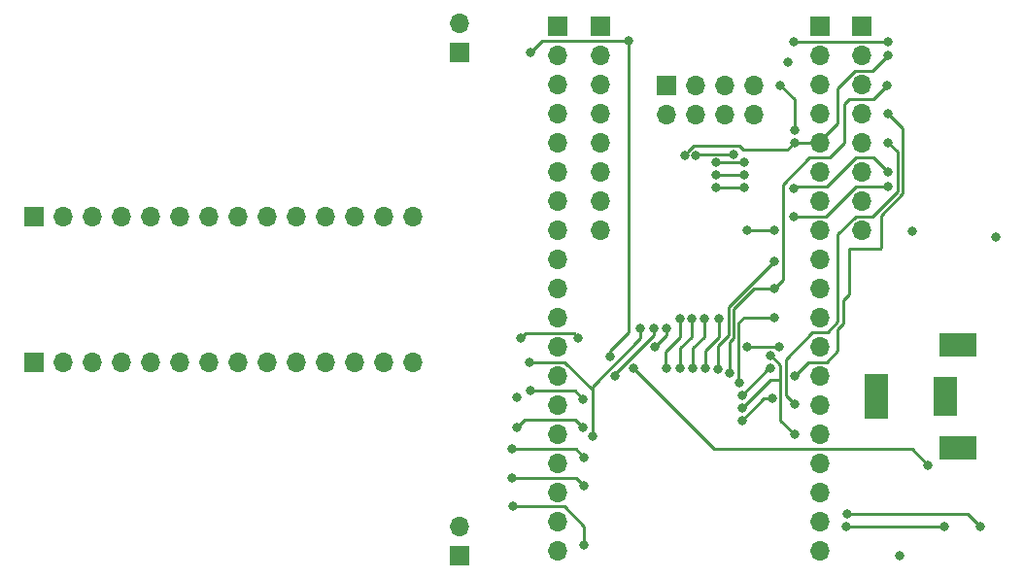
<source format=gbr>
%TF.GenerationSoftware,KiCad,Pcbnew,7.0.9-7.0.9~ubuntu22.04.1*%
%TF.CreationDate,2024-01-04T20:48:59-06:00*%
%TF.ProjectId,ESP Breadboard Expander,45535020-4272-4656-9164-626f61726420,v2.0*%
%TF.SameCoordinates,Original*%
%TF.FileFunction,Copper,L4,Bot*%
%TF.FilePolarity,Positive*%
%FSLAX46Y46*%
G04 Gerber Fmt 4.6, Leading zero omitted, Abs format (unit mm)*
G04 Created by KiCad (PCBNEW 7.0.9-7.0.9~ubuntu22.04.1) date 2024-01-04 20:48:59*
%MOMM*%
%LPD*%
G01*
G04 APERTURE LIST*
%TA.AperFunction,ComponentPad*%
%ADD10R,1.700000X1.700000*%
%TD*%
%TA.AperFunction,ComponentPad*%
%ADD11O,1.700000X1.700000*%
%TD*%
%TA.AperFunction,ComponentPad*%
%ADD12R,3.300000X2.000000*%
%TD*%
%TA.AperFunction,ComponentPad*%
%ADD13R,2.000000X4.000000*%
%TD*%
%TA.AperFunction,ComponentPad*%
%ADD14R,2.000000X3.400000*%
%TD*%
%TA.AperFunction,ViaPad*%
%ADD15C,0.800000*%
%TD*%
%TA.AperFunction,Conductor*%
%ADD16C,0.250000*%
%TD*%
G04 APERTURE END LIST*
D10*
%TO.P,J7,1,Pin_1*%
%TO.N,/IO14*%
X42310000Y-62220000D03*
D11*
%TO.P,J7,2,Pin_2*%
%TO.N,/IO27*%
X44850000Y-62220000D03*
%TO.P,J7,3,Pin_3*%
%TO.N,/IO26*%
X47390000Y-62220000D03*
%TO.P,J7,4,Pin_4*%
%TO.N,/IO25*%
X49930000Y-62220000D03*
%TO.P,J7,5,Pin_5*%
%TO.N,/IO33*%
X52470000Y-62220000D03*
%TO.P,J7,6,Pin_6*%
%TO.N,/IO32*%
X55010000Y-62220000D03*
%TO.P,J7,7,Pin_7*%
%TO.N,/IO35*%
X57550000Y-62220000D03*
%TO.P,J7,8,Pin_8*%
%TO.N,/IO34*%
X60090000Y-62220000D03*
%TO.P,J7,9,Pin_9*%
%TO.N,/IO39*%
X62630000Y-62220000D03*
%TO.P,J7,10,Pin_10*%
%TO.N,/IO36*%
X65170000Y-62220000D03*
%TO.P,J7,11,Pin_11*%
%TO.N,/ADC0*%
X67710000Y-62220000D03*
%TO.P,J7,12,Pin_12*%
%TO.N,unconnected-(J7-Pin_12-Pad12)*%
X70250000Y-62220000D03*
%TO.P,J7,13,Pin_13*%
%TO.N,unconnected-(J7-Pin_13-Pad13)*%
X72790000Y-62220000D03*
%TO.P,J7,14,Pin_14*%
%TO.N,unconnected-(J7-Pin_14-Pad14)*%
X75330000Y-62220000D03*
%TD*%
D12*
%TO.P,J10,*%
%TO.N,*%
X122772500Y-82400000D03*
X122772500Y-73400000D03*
D13*
%TO.P,J10,1,1*%
%TO.N,Net-(F1-Pad1)*%
X115722500Y-77900000D03*
D14*
%TO.P,J10,2,2*%
%TO.N,GND*%
X121722500Y-77900000D03*
%TD*%
D10*
%TO.P,J3,1,Pin_1*%
%TO.N,/TX*%
X114475000Y-45650000D03*
D11*
%TO.P,J3,2,Pin_2*%
%TO.N,/RX*%
X114475000Y-48190000D03*
%TO.P,J3,3,Pin_3*%
%TO.N,/IO5*%
X114475000Y-50730000D03*
%TO.P,J3,4,Pin_4*%
%TO.N,/IO4*%
X114475000Y-53270000D03*
%TO.P,J3,5,Pin_5*%
%TO.N,/IO0*%
X114475000Y-55810000D03*
%TO.P,J3,6,Pin_6*%
%TO.N,/IO2*%
X114475000Y-58350000D03*
%TO.P,J3,7,Pin_7*%
%TO.N,GND*%
X114475000Y-60890000D03*
%TO.P,J3,8,Pin_8*%
%TO.N,+5V*%
X114475000Y-63430000D03*
%TD*%
D10*
%TO.P,J8,1,Pin_1*%
%TO.N,+5V*%
X79370000Y-91760000D03*
D11*
%TO.P,J8,2,Pin_2*%
%TO.N,GND*%
X79370000Y-89220000D03*
%TD*%
D10*
%TO.P,J1,1,Pin_1*%
%TO.N,+3.3V*%
X97425000Y-50770000D03*
D11*
%TO.P,J1,2,Pin_2*%
%TO.N,/RX*%
X97425000Y-53310000D03*
%TO.P,J1,3,Pin_3*%
%TO.N,unconnected-(J1-Pin_3-Pad3)*%
X99965000Y-50770000D03*
%TO.P,J1,4,Pin_4*%
%TO.N,/IO0*%
X99965000Y-53310000D03*
%TO.P,J1,5,Pin_5*%
%TO.N,unconnected-(J1-Pin_5-Pad5)*%
X102505000Y-50770000D03*
%TO.P,J1,6,Pin_6*%
%TO.N,/IO2*%
X102505000Y-53310000D03*
%TO.P,J1,7,Pin_7*%
%TO.N,/TX*%
X105045000Y-50770000D03*
%TO.P,J1,8,Pin_8*%
%TO.N,GND*%
X105045000Y-53310000D03*
%TD*%
D10*
%TO.P,J4,1,Pin_1*%
%TO.N,unconnected-(J4-Pin_1-Pad1)*%
X87935000Y-45650000D03*
D11*
%TO.P,J4,2,Pin_2*%
%TO.N,unconnected-(J4-Pin_2-Pad2)*%
X87935000Y-48190000D03*
%TO.P,J4,3,Pin_3*%
%TO.N,/IO36*%
X87935000Y-50730000D03*
%TO.P,J4,4,Pin_4*%
%TO.N,/IO39*%
X87935000Y-53270000D03*
%TO.P,J4,5,Pin_5*%
%TO.N,/IO34*%
X87935000Y-55810000D03*
%TO.P,J4,6,Pin_6*%
%TO.N,/IO35*%
X87935000Y-58350000D03*
%TO.P,J4,7,Pin_7*%
%TO.N,/IO32*%
X87935000Y-60890000D03*
%TO.P,J4,8,Pin_8*%
%TO.N,/IO33*%
X87935000Y-63430000D03*
%TO.P,J4,9,Pin_9*%
%TO.N,/IO25*%
X87935000Y-65970000D03*
%TO.P,J4,10,Pin_10*%
%TO.N,/IO26*%
X87935000Y-68510000D03*
%TO.P,J4,11,Pin_11*%
%TO.N,/IO27*%
X87935000Y-71050000D03*
%TO.P,J4,12,Pin_12*%
%TO.N,/IO14*%
X87935000Y-73590000D03*
%TO.P,J4,13,Pin_13*%
%TO.N,/IO12*%
X87935000Y-76130000D03*
%TO.P,J4,14,Pin_14*%
%TO.N,GND*%
X87935000Y-78670000D03*
%TO.P,J4,15,Pin_15*%
%TO.N,/IO13*%
X87935000Y-81210000D03*
%TO.P,J4,16,Pin_16*%
%TO.N,unconnected-(J4-Pin_16-Pad16)*%
X87935000Y-83750000D03*
%TO.P,J4,17,Pin_17*%
%TO.N,unconnected-(J4-Pin_17-Pad17)*%
X87935000Y-86290000D03*
%TO.P,J4,18,Pin_18*%
%TO.N,unconnected-(J4-Pin_18-Pad18)*%
X87935000Y-88830000D03*
%TO.P,J4,19,Pin_19*%
%TO.N,+5V*%
X87935000Y-91370000D03*
%TD*%
D10*
%TO.P,J5,1,Pin_1*%
%TO.N,GND*%
X110775000Y-45650000D03*
D11*
%TO.P,J5,2,Pin_2*%
%TO.N,/IO23*%
X110775000Y-48190000D03*
%TO.P,J5,3,Pin_3*%
%TO.N,/IO22*%
X110775000Y-50730000D03*
%TO.P,J5,4,Pin_4*%
%TO.N,/TX*%
X110775000Y-53270000D03*
%TO.P,J5,5,Pin_5*%
%TO.N,/RX*%
X110775000Y-55810000D03*
%TO.P,J5,6,Pin_6*%
%TO.N,/IO21*%
X110775000Y-58350000D03*
%TO.P,J5,7,Pin_7*%
%TO.N,GND*%
X110775000Y-60890000D03*
%TO.P,J5,8,Pin_8*%
%TO.N,/IO19*%
X110775000Y-63430000D03*
%TO.P,J5,9,Pin_9*%
%TO.N,/IO18*%
X110775000Y-65970000D03*
%TO.P,J5,10,Pin_10*%
%TO.N,/IO5*%
X110775000Y-68510000D03*
%TO.P,J5,11,Pin_11*%
%TO.N,/IO17*%
X110775000Y-71050000D03*
%TO.P,J5,12,Pin_12*%
%TO.N,/IO16*%
X110775000Y-73590000D03*
%TO.P,J5,13,Pin_13*%
%TO.N,/IO4*%
X110775000Y-76130000D03*
%TO.P,J5,14,Pin_14*%
%TO.N,/IO0*%
X110775000Y-78670000D03*
%TO.P,J5,15,Pin_15*%
%TO.N,/IO2*%
X110775000Y-81210000D03*
%TO.P,J5,16,Pin_16*%
%TO.N,/IO15*%
X110775000Y-83750000D03*
%TO.P,J5,17,Pin_17*%
%TO.N,unconnected-(J5-Pin_17-Pad17)*%
X110775000Y-86290000D03*
%TO.P,J5,18,Pin_18*%
%TO.N,unconnected-(J5-Pin_18-Pad18)*%
X110775000Y-88830000D03*
%TO.P,J5,19,Pin_19*%
%TO.N,unconnected-(J5-Pin_19-Pad19)*%
X110775000Y-91370000D03*
%TD*%
D10*
%TO.P,J2,1,Pin_1*%
%TO.N,unconnected-(J2-Pin_1-Pad1)*%
X91635000Y-45650000D03*
D11*
%TO.P,J2,2,Pin_2*%
%TO.N,/ADC0*%
X91635000Y-48190000D03*
%TO.P,J2,3,Pin_3*%
%TO.N,/IO16*%
X91635000Y-50730000D03*
%TO.P,J2,4,Pin_4*%
%TO.N,/IO14*%
X91635000Y-53270000D03*
%TO.P,J2,5,Pin_5*%
%TO.N,/IO12*%
X91635000Y-55810000D03*
%TO.P,J2,6,Pin_6*%
%TO.N,/IO13*%
X91635000Y-58350000D03*
%TO.P,J2,7,Pin_7*%
%TO.N,/IO15*%
X91635000Y-60890000D03*
%TO.P,J2,8,Pin_8*%
%TO.N,unconnected-(J2-Pin_8-Pad8)*%
X91635000Y-63430000D03*
%TD*%
D10*
%TO.P,J6,1,Pin_1*%
%TO.N,/IO12*%
X42310000Y-74900000D03*
D11*
%TO.P,J6,2,Pin_2*%
%TO.N,/IO13*%
X44850000Y-74900000D03*
%TO.P,J6,3,Pin_3*%
%TO.N,/IO16*%
X47390000Y-74900000D03*
%TO.P,J6,4,Pin_4*%
%TO.N,/IO15*%
X49930000Y-74900000D03*
%TO.P,J6,5,Pin_5*%
%TO.N,/IO23*%
X52470000Y-74900000D03*
%TO.P,J6,6,Pin_6*%
%TO.N,/IO22*%
X55010000Y-74900000D03*
%TO.P,J6,7,Pin_7*%
%TO.N,/IO21*%
X57550000Y-74900000D03*
%TO.P,J6,8,Pin_8*%
%TO.N,/IO19*%
X60090000Y-74900000D03*
%TO.P,J6,9,Pin_9*%
%TO.N,/IO18*%
X62630000Y-74900000D03*
%TO.P,J6,10,Pin_10*%
%TO.N,/IO5*%
X65170000Y-74900000D03*
%TO.P,J6,11,Pin_11*%
%TO.N,/IO17*%
X67710000Y-74900000D03*
%TO.P,J6,12,Pin_12*%
%TO.N,/IO4*%
X70250000Y-74900000D03*
%TO.P,J6,13,Pin_13*%
%TO.N,/IO2*%
X72790000Y-74900000D03*
%TO.P,J6,14,Pin_14*%
%TO.N,/IO0*%
X75330000Y-74900000D03*
%TD*%
D10*
%TO.P,J9,1,Pin_1*%
%TO.N,+3.3V*%
X79370000Y-47900000D03*
D11*
%TO.P,J9,2,Pin_2*%
%TO.N,GND*%
X79370000Y-45360000D03*
%TD*%
D15*
%TO.N,GND*%
X108000000Y-48800000D03*
X108500000Y-62200000D03*
X126100000Y-64000000D03*
X116700000Y-59600000D03*
X84350000Y-77970000D03*
X117700000Y-91800000D03*
X118800000Y-63500000D03*
%TO.N,+3.3V*%
X94512299Y-75412299D03*
X85600000Y-47900000D03*
X94100000Y-46900000D03*
X116700000Y-47000000D03*
X120200000Y-83900000D03*
X92500000Y-74400000D03*
X108500000Y-47000000D03*
%TO.N,/TX*%
X107300000Y-50770000D03*
X124800000Y-89200000D03*
X108550000Y-54700000D03*
X113124500Y-88100000D03*
%TO.N,/RX*%
X98987796Y-56900000D03*
X116700000Y-48200000D03*
X113100000Y-89200000D03*
X121600000Y-89200000D03*
X108550000Y-55800000D03*
%TO.N,/IO0*%
X99987299Y-56900000D03*
X90200000Y-90824500D03*
X108550000Y-78600000D03*
X104000000Y-80000000D03*
X83999647Y-87450353D03*
X116750000Y-55800000D03*
X103229000Y-56800000D03*
X106625500Y-78100000D03*
%TO.N,/IO2*%
X108537299Y-59737299D03*
X104000000Y-78900000D03*
X106498280Y-74324500D03*
X116700000Y-58375353D03*
X108550000Y-81200000D03*
%TO.N,/IO16*%
X89750000Y-72800000D03*
X107199503Y-73589503D03*
X84725500Y-72798695D03*
X104475500Y-73600000D03*
%TO.N,/IO14*%
X97400000Y-72000000D03*
X96400000Y-73590000D03*
%TO.N,/IO12*%
X92912299Y-76112299D03*
X96300000Y-72000000D03*
%TO.N,/IO13*%
X95150000Y-72000000D03*
X85450000Y-74900000D03*
X90976289Y-81349500D03*
%TO.N,/IO5*%
X102912701Y-75887299D03*
X106824500Y-68500000D03*
X116650000Y-50800000D03*
%TO.N,/IO4*%
X116750000Y-53300000D03*
X104000000Y-77800000D03*
X108550000Y-76100000D03*
X106450938Y-75476339D03*
%TO.N,/IO23*%
X98574952Y-71125048D03*
X97400000Y-75455305D03*
X101700000Y-57524500D03*
X104200000Y-57500000D03*
X90150000Y-78124500D03*
X85550000Y-77400000D03*
%TO.N,/IO22*%
X99600000Y-71100000D03*
X98600000Y-75455305D03*
X104200000Y-58600000D03*
X101700000Y-58600000D03*
%TO.N,/IO21*%
X99700000Y-75455305D03*
X100700000Y-71100000D03*
X84350000Y-80600000D03*
X90150000Y-80624500D03*
X104200000Y-59700000D03*
X101700000Y-59700000D03*
%TO.N,/IO19*%
X100800000Y-75455305D03*
X104475500Y-63400000D03*
X102000000Y-71100000D03*
X106824500Y-63400000D03*
%TO.N,/IO18*%
X106824500Y-66100000D03*
X83971558Y-82478442D03*
X101900000Y-75500000D03*
X90200000Y-83224500D03*
%TO.N,/IO17*%
X83950000Y-85000000D03*
X106824500Y-71050000D03*
X103762701Y-76737299D03*
X90200000Y-85724500D03*
%TD*%
D16*
%TO.N,GND*%
X116700000Y-59600000D02*
X113900000Y-59600000D01*
X111300000Y-62200000D02*
X108500000Y-62200000D01*
X113900000Y-59600000D02*
X111300000Y-62200000D01*
%TO.N,+3.3V*%
X92500000Y-74400000D02*
X92500000Y-73900000D01*
X92500000Y-73900000D02*
X94100000Y-72300000D01*
X94100000Y-46900000D02*
X86600000Y-46900000D01*
X94100000Y-46900000D02*
X94100000Y-72300000D01*
X116700000Y-47000000D02*
X108500000Y-47000000D01*
X94512299Y-75412299D02*
X101600000Y-82500000D01*
X86600000Y-46900000D02*
X85600000Y-47900000D01*
X101600000Y-82500000D02*
X118800000Y-82500000D01*
X118800000Y-82500000D02*
X120200000Y-83900000D01*
%TO.N,/TX*%
X108550000Y-52020000D02*
X107300000Y-50770000D01*
X108550000Y-54700000D02*
X108550000Y-52020000D01*
X124800000Y-89200000D02*
X123700000Y-88100000D01*
X123700000Y-88100000D02*
X113124500Y-88100000D01*
%TO.N,/RX*%
X112300000Y-51056701D02*
X112300000Y-54100000D01*
X104125305Y-56400000D02*
X107950000Y-56400000D01*
X113856701Y-49500000D02*
X112300000Y-51056701D01*
X113100000Y-89200000D02*
X121600000Y-89200000D01*
X99262299Y-56599695D02*
X99786994Y-56075000D01*
X115400000Y-49500000D02*
X113856701Y-49500000D01*
X112300000Y-54100000D02*
X110600000Y-55800000D01*
X98987796Y-56900000D02*
X99262299Y-56625497D01*
X99786994Y-56075000D02*
X103800305Y-56075000D01*
X116700000Y-48200000D02*
X115400000Y-49500000D01*
X99262299Y-56625497D02*
X99262299Y-56599695D01*
X110600000Y-55800000D02*
X108550000Y-55800000D01*
X103800305Y-56075000D02*
X104125305Y-56400000D01*
X107950000Y-56400000D02*
X108550000Y-55800000D01*
%TO.N,/IO0*%
X115400000Y-62200000D02*
X113900000Y-62200000D01*
X116750000Y-55800000D02*
X117550000Y-56600000D01*
X117550000Y-60050000D02*
X115400000Y-62200000D01*
X88500000Y-87500000D02*
X84049294Y-87500000D01*
X113900000Y-62200000D02*
X112350000Y-63750000D01*
X112350000Y-63750000D02*
X112350000Y-71400000D01*
X112350000Y-71400000D02*
X111450000Y-72300000D01*
X99987299Y-56900000D02*
X100087299Y-56800000D01*
X90200000Y-90824500D02*
X90200000Y-89200000D01*
X110150000Y-72300000D02*
X107800000Y-74650000D01*
X111450000Y-72300000D02*
X110150000Y-72300000D01*
X104000000Y-80000000D02*
X105900000Y-78100000D01*
X105900000Y-78100000D02*
X106625500Y-78100000D01*
X107800000Y-77850000D02*
X108550000Y-78600000D01*
X100087299Y-56800000D02*
X103229000Y-56800000D01*
X117550000Y-56600000D02*
X117550000Y-60050000D01*
X90200000Y-89200000D02*
X88500000Y-87500000D01*
X84049294Y-87500000D02*
X83999647Y-87450353D01*
X107800000Y-74650000D02*
X107800000Y-77850000D01*
%TO.N,/IO2*%
X104000000Y-78900000D02*
X106450000Y-76450000D01*
X106450000Y-76450000D02*
X107350000Y-76450000D01*
X115424647Y-57100000D02*
X116700000Y-58375353D01*
X108674598Y-59600000D02*
X111400000Y-59600000D01*
X107350000Y-75150000D02*
X107350000Y-80000000D01*
X108537299Y-59737299D02*
X108674598Y-59600000D01*
X106498280Y-74324500D02*
X106524500Y-74324500D01*
X111400000Y-59600000D02*
X113900000Y-57100000D01*
X113900000Y-57100000D02*
X115424647Y-57100000D01*
X106524500Y-74324500D02*
X107350000Y-75150000D01*
X107350000Y-80000000D02*
X108550000Y-81200000D01*
%TO.N,/IO16*%
X89365000Y-72415000D02*
X89750000Y-72800000D01*
X84725500Y-72798695D02*
X85109195Y-72415000D01*
X107189006Y-73600000D02*
X107199503Y-73589503D01*
X85109195Y-72415000D02*
X89365000Y-72415000D01*
X104475500Y-73600000D02*
X107189006Y-73600000D01*
%TO.N,/IO14*%
X97400000Y-72000000D02*
X97400000Y-72590000D01*
X97400000Y-72590000D02*
X96400000Y-73590000D01*
%TO.N,/IO12*%
X96300000Y-72000000D02*
X96300000Y-72600000D01*
X92912299Y-75987701D02*
X92912299Y-76112299D01*
X96300000Y-72600000D02*
X92912299Y-75987701D01*
%TO.N,/IO13*%
X95150000Y-72850000D02*
X90950000Y-77050000D01*
X90950000Y-77341650D02*
X88508350Y-74900000D01*
X90950000Y-81323211D02*
X90950000Y-77341650D01*
X95150000Y-72000000D02*
X95150000Y-72850000D01*
X90976289Y-81349500D02*
X90950000Y-81323211D01*
X90950000Y-77050000D02*
X90950000Y-77300000D01*
X88508350Y-74900000D02*
X85450000Y-74900000D01*
%TO.N,/IO5*%
X112900000Y-55800000D02*
X112900000Y-52400000D01*
X115450000Y-52000000D02*
X116650000Y-50800000D01*
X105060896Y-68500000D02*
X103250000Y-70310896D01*
X102900000Y-75874598D02*
X102912701Y-75887299D01*
X107600000Y-59400000D02*
X109900000Y-57100000D01*
X106824500Y-68500000D02*
X105060896Y-68500000D01*
X103250000Y-70310896D02*
X103250000Y-72786396D01*
X103250000Y-72786396D02*
X102900000Y-73136396D01*
X106824500Y-68500000D02*
X107600000Y-67724500D01*
X102900000Y-73136396D02*
X102900000Y-75874598D01*
X107600000Y-67724500D02*
X107600000Y-59400000D01*
X109900000Y-57100000D02*
X111600000Y-57100000D01*
X111600000Y-57100000D02*
X112900000Y-55800000D01*
X113300000Y-52000000D02*
X115450000Y-52000000D01*
X112900000Y-52400000D02*
X113300000Y-52000000D01*
%TO.N,/IO4*%
X116100000Y-64900000D02*
X116100000Y-62136396D01*
X116100000Y-62136396D02*
X118000000Y-60236396D01*
X109750000Y-74900000D02*
X111350000Y-74900000D01*
X112800000Y-71586396D02*
X112800000Y-69522792D01*
X112350000Y-72036396D02*
X112800000Y-71586396D01*
X112350000Y-73900000D02*
X112350000Y-72036396D01*
X113350000Y-68972792D02*
X113350000Y-65000000D01*
X116000000Y-65000000D02*
X116100000Y-64900000D01*
X111350000Y-74900000D02*
X112350000Y-73900000D01*
X112800000Y-69522792D02*
X113350000Y-68972792D01*
X113350000Y-65000000D02*
X116000000Y-65000000D01*
X104000000Y-77800000D02*
X106323661Y-75476339D01*
X106323661Y-75476339D02*
X106450938Y-75476339D01*
X108550000Y-76100000D02*
X109750000Y-74900000D01*
X118000000Y-60236396D02*
X118000000Y-54550000D01*
X118000000Y-54550000D02*
X116750000Y-53300000D01*
%TO.N,/IO23*%
X97325000Y-75380305D02*
X97400000Y-75455305D01*
X90150000Y-78124500D02*
X89425500Y-77400000D01*
X97325000Y-73975000D02*
X97325000Y-75380305D01*
X98574952Y-72725048D02*
X97325000Y-73975000D01*
X98574952Y-71125048D02*
X98574952Y-72725048D01*
X89425500Y-77400000D02*
X85550000Y-77400000D01*
X104175500Y-57524500D02*
X101700000Y-57524500D01*
X104200000Y-57500000D02*
X104175500Y-57524500D01*
%TO.N,/IO22*%
X99600000Y-71100000D02*
X99600000Y-72700000D01*
X99600000Y-72700000D02*
X98600000Y-73700000D01*
X98600000Y-73700000D02*
X98600000Y-75455305D01*
X104200000Y-58600000D02*
X101700000Y-58600000D01*
%TO.N,/IO21*%
X100700000Y-71100000D02*
X100700000Y-72700000D01*
X85050000Y-79900000D02*
X84350000Y-80600000D01*
X90150000Y-80624500D02*
X89425500Y-79900000D01*
X89425500Y-79900000D02*
X85050000Y-79900000D01*
X100700000Y-72700000D02*
X99700000Y-73700000D01*
X99700000Y-73700000D02*
X99700000Y-75455305D01*
X104200000Y-59700000D02*
X101700000Y-59700000D01*
%TO.N,/IO19*%
X102000000Y-72700000D02*
X100800000Y-73900000D01*
X100800000Y-73900000D02*
X100800000Y-75455305D01*
X102000000Y-71100000D02*
X102000000Y-72700000D01*
X104475500Y-63400000D02*
X106824500Y-63400000D01*
%TO.N,/IO18*%
X106824500Y-66100000D02*
X102800000Y-70124500D01*
X102800000Y-72600000D02*
X101900000Y-73500000D01*
X101900000Y-73500000D02*
X101900000Y-75500000D01*
X102800000Y-70124500D02*
X102800000Y-72600000D01*
X83993116Y-82500000D02*
X83971558Y-82478442D01*
X90200000Y-83200000D02*
X89500000Y-82500000D01*
X89500000Y-82500000D02*
X83993116Y-82500000D01*
X90200000Y-83224500D02*
X90200000Y-83200000D01*
%TO.N,/IO17*%
X90200000Y-85724500D02*
X90200000Y-85700000D01*
X89500000Y-85000000D02*
X83950000Y-85000000D01*
X103700000Y-76674598D02*
X103762701Y-76737299D01*
X106824500Y-71050000D02*
X104150000Y-71050000D01*
X104150000Y-71050000D02*
X103700000Y-71500000D01*
X90200000Y-85700000D02*
X89500000Y-85000000D01*
X103700000Y-71500000D02*
X103700000Y-76674598D01*
%TD*%
M02*

</source>
